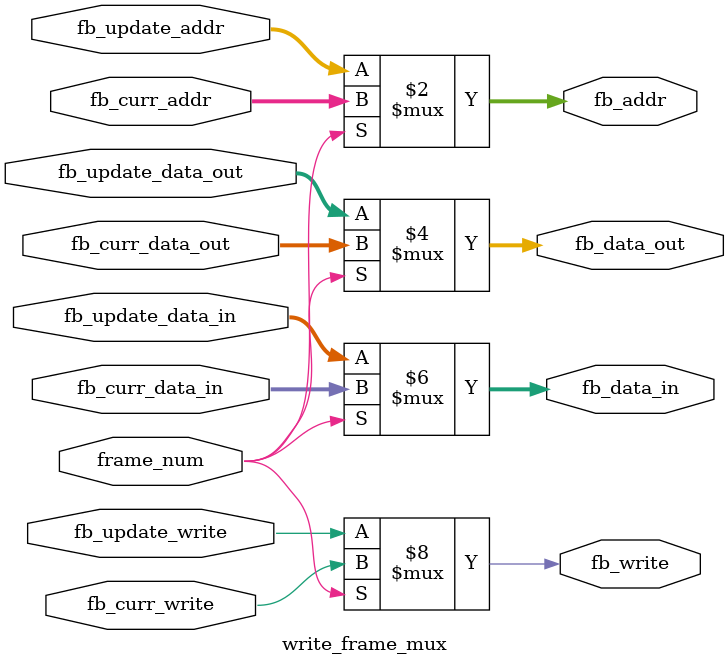
<source format=sv>
module write_frame_mux (input frame_num, 
							  input logic [17:0] fb_curr_addr, fb_update_addr,
							  input logic [7:0] fb_curr_data_out, fb_update_data_out,
							  input logic [7:0] fb_curr_data_in, fb_update_data_in,
							  input logic fb_curr_write, fb_update_write,
							  output logic [17:0] fb_addr,
							  output logic [7:0] fb_data_out,
							  output logic [7:0] fb_data_in,
							  output logic fb_write
);
	assign fb_addr = (frame_num == 1) ? fb_curr_addr : fb_update_addr;
	assign fb_data_out = (frame_num == 1) ? fb_curr_data_out : fb_update_data_out;
	assign fb_data_in = (frame_num == 1) ? fb_curr_data_in : fb_update_data_in;
	assign fb_write = (frame_num == 1) ? fb_curr_write : fb_update_write;
endmodule

</source>
